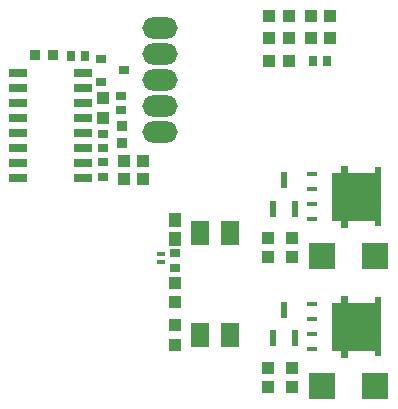
<source format=gbp>
G04*
G04 #@! TF.GenerationSoftware,Altium Limited,Altium Designer,24.6.1 (21)*
G04*
G04 Layer_Color=128*
%FSLAX44Y44*%
%MOMM*%
G71*
G04*
G04 #@! TF.SameCoordinates,7DB87AFF-7CBC-4857-802F-EC09E7027B42*
G04*
G04*
G04 #@! TF.FilePolarity,Positive*
G04*
G01*
G75*
%ADD15R,1.0621X1.1350*%
%ADD16R,1.1350X1.0621*%
%ADD17R,0.7000X0.4000*%
%ADD19R,0.7500X0.9000*%
%ADD26R,0.9000X0.7500*%
%ADD46R,1.5250X0.7000*%
%ADD47R,1.5500X2.1000*%
%ADD48R,0.9581X0.9621*%
%ADD49R,2.3000X2.3000*%
%ADD50R,1.0582X1.2061*%
%ADD51O,3.0000X1.8000*%
%ADD52R,0.9000X0.8000*%
%ADD53R,0.9621X0.9350*%
%ADD54C,3.6549*%
%ADD55R,0.8200X0.4100*%
%ADD56R,0.6000X1.3500*%
G36*
X301443Y137305D02*
X324543D01*
Y142000D01*
X329643D01*
Y92000D01*
X324543D01*
Y96695D01*
X301443D01*
Y90745D01*
X295343D01*
Y96695D01*
X288243D01*
Y117000D01*
Y137305D01*
X295343D01*
Y143255D01*
X301443D01*
Y137305D01*
D02*
G37*
G36*
Y247305D02*
X324543D01*
Y252000D01*
X329643D01*
Y202000D01*
X324543D01*
Y206695D01*
X301443D01*
Y200745D01*
X295343D01*
Y206695D01*
X288243D01*
Y227000D01*
Y247305D01*
X295343D01*
Y253255D01*
X301443D01*
Y247305D01*
D02*
G37*
D15*
X234000Y82154D02*
D03*
Y65846D02*
D03*
Y175846D02*
D03*
X155000Y118154D02*
D03*
Y101846D02*
D03*
Y154154D02*
D03*
Y137846D02*
D03*
X94000Y310154D02*
D03*
Y293846D02*
D03*
X254000Y192154D02*
D03*
Y175846D02*
D03*
X234000Y192154D02*
D03*
X254000Y65846D02*
D03*
Y82154D02*
D03*
D16*
X286154Y380000D02*
D03*
X234846Y342000D02*
D03*
X251154D02*
D03*
X286154Y361000D02*
D03*
X269846D02*
D03*
X234846D02*
D03*
X251154D02*
D03*
X251154Y380000D02*
D03*
X234846D02*
D03*
X269846D02*
D03*
X128154Y257000D02*
D03*
X111846D02*
D03*
X128154Y242000D02*
D03*
X111846D02*
D03*
D17*
X143000Y178500D02*
D03*
Y171500D02*
D03*
D19*
X272000Y342000D02*
D03*
X284000D02*
D03*
X79000Y346000D02*
D03*
X67000D02*
D03*
D26*
X155000Y179000D02*
D03*
Y167000D02*
D03*
X94000Y244000D02*
D03*
Y256000D02*
D03*
Y280000D02*
D03*
Y268000D02*
D03*
X109000Y300000D02*
D03*
Y312000D02*
D03*
D46*
X22380Y306086D02*
D03*
Y293386D02*
D03*
Y280686D02*
D03*
Y267986D02*
D03*
Y255286D02*
D03*
Y242586D02*
D03*
X76620D02*
D03*
Y255286D02*
D03*
Y267986D02*
D03*
Y280686D02*
D03*
Y293386D02*
D03*
Y306086D02*
D03*
Y318786D02*
D03*
Y331486D02*
D03*
X22380Y318786D02*
D03*
Y331486D02*
D03*
D47*
X176298Y196001D02*
D03*
X201698D02*
D03*
Y110001D02*
D03*
X176298D02*
D03*
D48*
X36730Y347000D02*
D03*
X51270D02*
D03*
D49*
X324000Y177000D02*
D03*
X279000D02*
D03*
X324000Y67000D02*
D03*
X279000D02*
D03*
D50*
X155000Y190989D02*
D03*
Y207011D02*
D03*
D51*
X142000Y282000D02*
D03*
Y370000D02*
D03*
Y304000D02*
D03*
Y348000D02*
D03*
X142000Y326000D02*
D03*
D52*
X112000Y334000D02*
D03*
X92000Y343500D02*
D03*
Y324500D02*
D03*
D53*
X110000Y272846D02*
D03*
Y287154D02*
D03*
D54*
X309000Y117000D02*
D03*
Y227000D02*
D03*
D55*
X271243Y136050D02*
D03*
Y123350D02*
D03*
Y110650D02*
D03*
Y97950D02*
D03*
Y246050D02*
D03*
Y233350D02*
D03*
Y220650D02*
D03*
Y207950D02*
D03*
D56*
X247000Y241000D02*
D03*
X237500Y217000D02*
D03*
X256500D02*
D03*
X247000Y131000D02*
D03*
X237500Y107000D02*
D03*
X256500D02*
D03*
M02*

</source>
